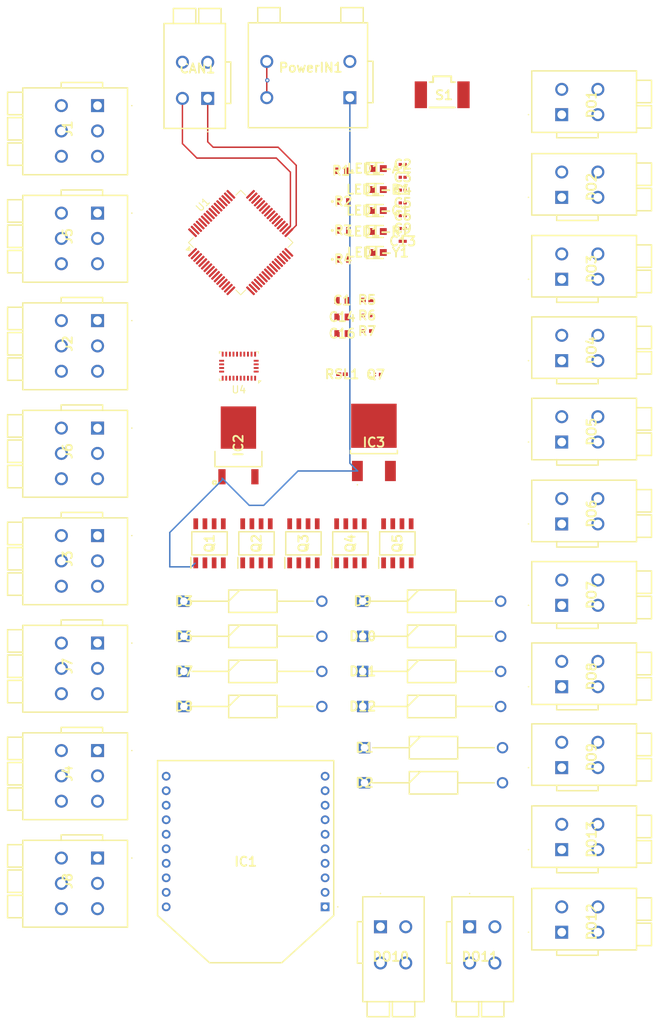
<source format=kicad_pcb>
(kicad_pcb (version 20240108) (generator "pcbnew") (generator_version "8.0")
  (layers (0 "F.Cu" signal) (1 "In1.Cu" signal) (2 "In2.Cu" signal) (31 "B.Cu" signal) (34 "B.Paste" user) (35 "F.Paste" user) (36 "B.SilkS" user "B.Silkscreen") (37 "F.SilkS" user "F.Silkscreen") (38 "B.Mask" user) (39 "F.Mask" user) (44 "Edge.Cuts" user))
  (net 0 "")
  (net 1 "+3V3")
  (net 2 "GND")
  (net 3 "Net-(U4-CAP)")
  (net 4 "/CAN_RX")
  (net 5 "/CAN_TX")
  (net 6 "/DO7")
  (net 7 "Net-(D1-A)")
  (net 8 "/DO9")
  (net 9 "Net-(D2-A)")
  (net 10 "/DO10")
  (net 11 "Net-(D3-A)")
  (net 12 "Net-(D6-A)")
  (net 13 "/DO8")
  (net 14 "Net-(D7-A)")
  (net 15 "/DO5")
  (net 16 "Net-(D8-A)")
  (net 17 "/DO6")
  (net 18 "/DO3")
  (net 19 "Net-(D9-A)")
  (net 20 "Net-(D10-A)")
  (net 21 "/DO4")
  (net 22 "Net-(D11-A)")
  (net 23 "/DO1")
  (net 24 "Net-(D12-A)")
  (net 25 "/DO2")
  (net 26 "/RSL_EX")
  (net 32 "Net-(IC1-DIO5{slash}ASSOC)")
  (net 35 "/Radio_UART_TX")
  (net 39 "/Radio_UART_RX")
  (net 41 "Net-(IC1-ON{slash}~{SLEEP})")
  (net 47 "Net-(U4-~{BOOT_LOAD_PIN})")
  (net 48 "Net-(LED1-R1-A)")
  (net 49 "Net-(LED1-Y1-A)")
  (net 50 "/GPIO-OUT7")
  (net 51 "/GPIO-OUT4")
  (net 52 "/JTAG-DO_SWO")
  (net 53 "Net-(C5-Pad1)")
  (net 54 "/GPIO-OUT12")
  (net 55 "/JTAG-DI")
  (net 56 "/A-IN3")
  (net 57 "/SPI_CLK")
  (net 58 "/SPI_MISO")
  (net 59 "/JTAG-WKUP")
  (net 60 "Net-(U1-VDDA)")
  (net 61 "/A-IN4")
  (net 62 "/mPWM8")
  (net 63 "/I2C_SCL")
  (net 64 "/GPIO-OUT14")
  (net 65 "/mPWM4")
  (net 66 "/mPWM6")
  (net 67 "Net-(U1-NRST)")
  (net 68 "/GPIO-IN5")
  (net 69 "/GPIO-OUT8")
  (net 70 "/A-IN1")
  (net 71 "/mPWM7")
  (net 72 "/JTAG-CK-SWCLK")
  (net 73 "/GPIO-IN2")
  (net 74 "/mPWM5")
  (net 75 "/GPIO-OUT11")
  (net 76 "/mPWM3")
  (net 77 "/GPIO-IN6")
  (net 78 "/RSL_OUT")
  (net 79 "Net-(C3-Pad1)")
  (net 80 "/GPIO-OUT16")
  (net 81 "/GPIO-OUT5")
  (net 82 "/mPWM2")
  (net 83 "/I2C_SDA")
  (net 84 "/GPIO-OUT13")
  (net 85 "/GPIO-OUT15")
  (net 86 "/JTAG-RST")
  (net 87 "Net-(C2-Pad1)")
  (net 88 "/mPWM1")
  (net 89 "/A-IN2")
  (net 90 "/GPIO-OUT6")
  (net 91 "Net-(C4-Pad1)")
  (net 92 "/A-IN5")
  (net 93 "/SPI_MOSI")
  (net 94 "/sRADIO_LED")
  (net 95 "/GPIO-IN1")
  (net 96 "/GPIO-IN4")
  (net 97 "/GPIO-OUT10")
  (net 98 "/GPIO-IN3")
  (net 99 "/GPIO-OUT3")
  (net 100 "/GPIO-OUT1")
  (net 101 "/JTAG-SWDIO")
  (net 115 "+12VA")
  (net 116 "+5V")
  (net 117 "Net-(RSL1-A)")
  (net 118 "Net-(LED1-A1-A)")
  (net 119 "Net-(LED1-B1-A)")
  (net 120 "Net-(LED1-G1-A)")
  (footprint "SamacSys_Parts:26011102" (layer "F.Cu") (at 254 84.32 90)
    (property "Reference" "DO6")
    (property "Value" "2601-1102" (hide yes))
  )
  (footprint "SamacSys_Parts:DIOAD1910W86L670D310" (layer "F.Cu") (at 226.7005 120.1)
    (property "Reference" "D2")
    (property "Value" "SB240" (hide yes))
  )
  (footprint "SamacSys_Parts:26011102" (layer "F.Cu") (at 254 140.75 90)
    (property "Reference" "DO12")
    (property "Value" "2601-1102" (hide yes))
  )
  (footprint "SamacSys_Parts:ERJ3EKF1000V" (layer "F.Cu") (at 223.75 39.75)
    (property "Reference" "R2")
    (property "Value" "ERJ3GEYJ102V" (hide yes))
  )
  (footprint "SamacSys_Parts:DIOAD1910W86L670D310" (layer "F.Cu") (at 226.4505 99.85)
    (property "Reference" "D10")
    (property "Value" "SB240" (hide yes))
  )
  (footprint "SamacSys_Parts:26011102" (layer "F.Cu") (at 254 50.5 90)
    (property "Reference" "DO3")
    (property "Value" "2601-1102" (hide yes))
  )
  (footprint "SamacSys_Parts:DIOAD1910W86L670D310" (layer "F.Cu") (at 226.4505 109.55)
    (property "Reference" "D12")
    (property "Value" "SB240" (hide yes))
  )
  (footprint "SamacSys_Parts:DIOAD1910W86L670D310" (layer "F.Cu") (at 226.7005 115.25)
    (property "Reference" "D1")
    (property "Value" "SB240" (hide yes))
  )
  (footprint "SamacSys_Parts:CSD13383F4" (layer "F.Cu") (at 228.49 63.675)
    (property "Reference" "Q7")
    (property "Value" "CSD13383F4" (hide yes))
  )
  (footprint "SamacSys_Parts:CAPC0603X33N" (layer "F.Cu") (at 231.985 45.255)
    (property "Reference" "C13")
    (property "Value" "CL03A104KQ3NNNC" (hide yes))
  )
  (footprint "SamacSys_Parts:26011102" (layer "F.Cu") (at 241.25 140)
    (property "Reference" "DO11")
    (property "Value" "2601-1102" (hide yes))
  )
  (footprint "SamacSys_Parts:SOIC127P600X175-8N" (layer "F.Cu") (at 205.25 87 90)
    (property "Reference" "Q1")
    (property "Value" "DMG9926USD-13" (hide yes))
  )
  (footprint "Package_LGA:LGA-28_5.2x3.8mm_P0.5mm" (layer "F.Cu") (at 209.315 62.5125 180)
    (property "Reference" "U4")
    (property "Value" "BNO055")
  )
  (footprint "SamacSys_Parts:26011102" (layer "F.Cu") (at 254 118 90)
    (property "Reference" "DO9")
    (property "Value" "2601-1102" (hide yes))
  )
  (footprint "SamacSys_Parts:26011103" (layer "F.Cu") (at 189.75 85.928568 -90)
    (property "Reference" "J3")
    (property "Value" "2601-1103_000-004" (hide yes))
  )
  (footprint "SamacSys_Parts:CAPC0603X33N" (layer "F.Cu") (at 231.985 43.485)
    (property "Reference" "C9")
    (property "Value" "CL03A104KQ3NNNC" (hide yes))
  )
  (footprint "SamacSys_Parts:26011102" (layer "F.Cu") (at 205 25.5 180)
    (property "Reference" "CAN1")
    (property "Value" "2601-1102" (hide yes))
  )
  (footprint "SamacSys_Parts:CAPC0603X33N" (layer "F.Cu") (at 231.985 41.715)
    (property "Reference" "C6")
    (property "Value" "CL03A104KQ3NNNC" (hide yes))
  )
  (footprint "SamacSys_Parts:LD29080DT50R" (layer "F.Cu") (at 228 72.750001)
    (property "Reference" "IC3")
    (property "Value" "LD29080DT50R" (hide yes))
  )
  (footprint "SamacSys_Parts:DIOAD1910W86L670D310" (layer "F.Cu") (at 201.7005 109.55)
    (property "Reference" "D8")
    (property "Value" "SB240" (hide yes))
  )
  (footprint "SamacSys_Parts:26011102" (layer "F.Cu") (at 254 95.57 90)
    (property "Reference" "DO7")
    (property "Value" "2601-1102" (hide yes))
  )
  (footprint "SamacSys_Parts:26011102" (layer "F.Cu") (at 254 106.82 90)
    (property "Reference" "DO8")
    (property "Value" "2601-1102" (hide yes))
  )
  (footprint "SamacSys_Parts:CAPC1608X90N" (layer "F.Cu") (at 223.605 58.005)
    (property "Reference" "C16")
    (property "Value" "CL10A475KP8NNNC" (hide yes))
  )
  (footprint "SamacSys_Parts:26011103" (layer "F.Cu") (at 189.75 100.78571 -90)
    (property "Reference" "J7")
    (property "Value" "2601-1103_000-004" (hide yes))
  )
  (footprint "SamacSys_Parts:SOIC127P600X175-8N" (layer "F.Cu") (at 224.75 87 90)
    (property "Reference" "Q4")
    (property "Value" "DMG9926USD-13" (hide yes))
  )
  (footprint "SamacSys_Parts:SOIC127P600X175-8N" (layer "F.Cu") (at 231.25 87 90)
    (property "Reference" "Q5")
    (property "Value" "DMG9926USD-13" (hide yes))
  )
  (footprint "SamacSys_Parts:LEDC1608X80N" (layer "F.Cu") (at 228.55 35.2)
    (property "Reference" "LED1-A1")
    (property "Value" "150060AS75000" (hide yes))
  )
  (footprint "SamacSys_Parts:ERJ3EKF1000V" (layer "F.Cu") (at 223.475 35.5 180)
    (property "Reference" "R1")
    (property "Value" "ERJ3GEYJ102V" (hide yes))
  )
  (footprint "SamacSys_Parts:26011102" (layer "F.Cu") (at 254 129.34 90)
    (property "Reference" "DO13")
    (property "Value" "2601-1102" (hide yes))
  )
  (footprint "SamacSys_Parts:RESC1005X40N" (layer "F.Cu") (at 227.055 53.355)
    (property "Reference" "R5")
    (property "Value" "RC1005F103CS" (hide yes))
  )
  (footprint "SamacSys_Parts:CAPC0603X33N" (layer "F.Cu") (at 231.985 39.945)
    (property "Reference" "C5")
    (property "Value" "CL03A104KQ3NNNC" (hide yes))
  )
  (footprint "SamacSys_Parts:DIOAD1910W86L670D310" (layer "F.Cu") (at 201.7005 104.7)
    (property "Reference" "D7")
    (property "Value" "SB240" (hide yes))
  )
  (footprint "SamacSys_Parts:SOIC127P600X175-8N" (layer "F.Cu") (at 211.75 87 90)
    (property "Reference" "Q2")
    (property "Value" "DMG9926USD-13" (hide yes))
  )
  (footprint "SamacSys_Parts:LEDC1608X80N" (layer "F.Cu") (at 228.55 43.9)
    (property "Reference" "LED1-R1")
    (property "Value" "150060RS75000" (hide yes))
  )
  (footprint "SamacSys_Parts:CAPC1608X90N" (layer "F.Cu") (at 223.605 55.715)
    (property "Reference" "C14")
    (property "Value" "CL10B105KP8NNNC" (hide yes))
  )
  (footprint "SamacSys_Parts:XB24CAWIT001" (layer "F.Cu") (at 221.248 137.248)
    (property "Reference" "IC1")
    (property "Value" "XB24CAWIT-001" (hide yes))
  )
  (footprint "SamacSys_Parts:DIOAD1910W86L670D310" (layer "F.Cu") (at 201.7005 99.85)
    (property "Reference" "D6")
    (property "Value" "SB240" (hide yes))
  )
  (footprint "SamacSys_Parts:26011103" (layer "F.Cu") (at 189.75 130.499999 -90)
    (property "Reference" "J8")
    (property "Value" "2601-1103_000-004" (hide yes))
  )
  (footprint "SamacSys_Parts:26011502" (layer "F.Cu") (at 224.675 25.4 180)
    (property "Reference" "PowerIN1")
    (property "Value" "2601-1502" (hide yes))
  )
  (footprint "SamacSys_Parts:ERJ3EKF1000V" (layer "F.Cu") (at 223.75 47.75)
    (property "Reference" "R4")
    (property "Value" "ERJ3GEYJ102V" (hide yes))
  )
  (footprint "SamacSys_Parts:DIOAD1910W86L670D310" (layer "F.Cu") (at 226.4505 104.7)
    (property "Reference" "D11")
    (property "Value" "SB240" (hide yes))
  )
  (footprint "SamacSys_Parts:CAPC0603X33N" (layer "F.Cu") (at 231.985 38.175)
    (property "Reference" "C4")
    (property "Value" "CL03A104KQ3NNNC" (hide yes))
  )
  (footprint "SamacSys_Parts:SOIC127P600X175-8N" (layer "F.Cu") (at 218.25 87 90)
    (property "Reference" "Q3")
    (property "Value" "DMG9926USD-13" (hide yes))
  )
  (footprint "SamacSys_Parts:DIOAD1910W86L670D310" (layer "F.Cu") (at 226.4505 95)
    (property "Reference" "D9")
    (property "Value" "SB240" (hide yes))
  )
  (footprint "SamacSys_Parts:26011103" (layer "F.Cu") (at 189.75 26.5 -90)
    (property "Reference" "J1")
    (property "Value" "2601-1103_000-004" (hide yes))
  )
  (footprint "Package_QFP:LQFP-64_10x10mm_P0.5mm" (layer "F.Cu") (at 209.565 45.425 45)
    (property "Reference" "U1")
    (property "Value" "STM32F446RETx")
  )
  (footprint "SamacSys_Parts:TO228P972X240-3N" (layer "F.Cu") (at 209.25 73.450001 90)
    (property "Reference" "IC2")
    (property "Value" "LD29080DT33R" (hide yes))
  )
  (footprint "SamacSys_Parts:26011102" (layer "F.Cu") (at 254 27.75 90)
    (property "Reference" "DO1")
    (property "Value" "2601-1102" (hide yes))
  )
  (footprint "SamacSys_Parts:CAPC1608X90N" (layer "F.Cu") (at 223.605 53.425)
    (property "Reference" "C1")
    (property "Value" "CL10A475KP8NNNC" (hide yes))
  )
  (footprint "SamacSys_Parts:LEDC1608X80N" (layer "F.Cu") (at 228.55 41)
    (property "Reference" "LED1-G1")
    (property "Value" "150060GS75000" (hide yes))
  )
  (footprint "SamacSys_Parts:26011103" (layer "F.Cu") (at 189.75 115.642852 -90)
    (property "Reference" "J4")
    (property "Value" "2601-1103_000-004" (hide yes))
  )
  (footprint "SamacSys_Parts:ERJ2RKD1004X" (layer "F.Cu") (at 227.055 57.655)
    (property "Reference" "R7")
    (property "Value" "ERJ-2RKF1001X" (hide yes))
  )
  (footprint "SamacSys_Parts:26011102" (layer "F.Cu") (at 254 61.75 90)
    (property "Reference" "DO4")
    (property "Value" "2601-1102" (hide yes))
  )
  (footprint "SamacSys_Parts:DIOAD1910W86L670D310" (layer "F.Cu") (at 201.7005 95)
    (property "Reference" "D3")
    (property "Value" "SB240" (hide yes))
  )
  (footprint "SamacSys_Parts:26011103" (layer "F.Cu") (at 189.75 71.071426 -90)
    (property "Reference" "J6")
    (property "Value" "2601-1103_000-004" (hide yes))
  )
  (footprint "SamacSys_Parts:26011103" (layer "F.Cu") (at 189.75 56.214284 -90)
    (property "Reference" "J2")
    (property "Value" "2601-1103_000-004" (hide yes))
  )
  (footprint "SamacSys_Parts:LEDC1608X80N" (layer "F.Cu") (at 228.55 38.1)
    (property "Reference" "LED1-B1")
    (property "Value" "150060BS75000" (hide yes))
  )
  (footprint "SamacSys_Parts:26011102" (layer "F.Cu") (at 254 39.18 90)
    (property "Reference" "DO2")
    (property "Value" "2601-1102" (hide yes))
  )
  (footprint "SamacSys_Parts:CAPC0603X33N" (layer "F.Cu") (at 231.985 36.405)
    (property "Reference" "C3")
    (property "Value" "CL03A104KQ3NNNC" (hide yes))
  )
  (footprint "SamacSys_Parts:ERJ2RKD1004X" (layer "F.Cu") (at 227.055 55.505)
    (property "Reference" "R6")
    (property "Value" "ERJ-2RKF1001X" (hide yes))
  )
  (footprint "SamacSys_Parts:26011102" (layer "F.Cu") (at 254 73 90)
    (property "Reference" "DO5")
    (property "Value" "2601-1102" (hide yes))
  )
  (footprint "SamacSys_Parts:ERJ3EKF1000V" (layer "F.Cu") (at 223.75 43.75)
    (property "Reference" "R3")
    (property "Value" "ERJ3GEYJ102V" (hide yes))
  )
  (footprint "SamacSys_Parts:LEDC1608X80N" (layer "F.Cu") (at 228.55 46.8)
    (property "Reference" "LED1-Y1")
    (property "Value" "150060YS75000" (hide yes))
  )
  (footprint "SamacSys_Parts:26011103" (layer "F.Cu") (at 189.75 41.357142 -90)
    (property "Reference" "J5")
    (property "Value" "2601-1103_000-004" (hide yes))
  )
  (footprint "SamacSys_Parts:26011102" (layer "F.Cu") (at 228.91 140)
    (property "Reference" "DO10")
    (property "Value" "2601-1102" (hide yes))
  )
  (footprint "SamacSys_Parts:APHHS1005SECK" (layer "F.Cu") (at 223.59 63.625)
    (property "Reference" "RSL1")
    (property "Value" "APHHS1005SECK" (hide yes))
  )
  (footprint "SamacSys_Parts:CAPC0603X33N" (layer "F.Cu") (at 231.985 34.635)
    (property "Reference" "C2")
    (property "Value" "CL03A104KQ3NNNC" (hide yes))
  )
  (footprint "SamacSys_Parts:KSS" (layer "F.Cu") (at 237.45 25 180)
    (property "Reference" "S1")
    (property "Value" "KSS243GLFG" (hide yes))
  )
  (segment (start 213.25 23) (end 213.175 23.075) (width 0.2) (layer "F.Cu") (net 2))
  (segment (start 213.175 23.075) (end 213.175 25.4) (width 0.2) (layer "F.Cu") (net 2))
  (segment (start 213.175 22.925) (end 213.25 23) (width 0.2) (layer "F.Cu") (net 2))
  (segment (start 213.175 20.4) (end 213.175 22.925) (width 0.2) (layer "F.Cu") (net 2))
  (via (at 213.25 23) (size 0.6) (drill 0.3) (layers "F.Cu" "B.Cu") (net 2))
  (segment (start 205 31.5) (end 205.75 32.25) (width 0.2) (layer "F.Cu") (net 4))
  (segment (start 217.25 43.0433) (end 216.229481 44.063819) (width 0.2) (layer "F.Cu") (net 4))
  (segment (start 217.25 34.75) (end 217.25 43.0433) (width 0.2) (layer "F.Cu") (net 4))
  (segment (start 205 25.5) (end 205 31.5) (width 0.2) (layer "F.Cu") (net 4))
  (segment (start 214.75 32.25) (end 217.25 34.75) (width 0.2) (layer "F.Cu") (net 4))
  (segment (start 205.75 32.25) (end 214.75 32.25) (width 0.2) (layer "F.Cu") (net 4))
  (segment (start 201.5 31.75) (end 203.5 33.75) (width 0.2) (layer "F.Cu") (net 5))
  (segment (start 201.5 25.5) (end 201.5 31.75) (width 0.2) (layer "F.Cu") (net 5))
  (segment (start 214.5 33.75) (end 216.446852 35.696852) (width 0.2) (layer "F.Cu") (net 5))
  (segment (start 216.446852 35.696852) (end 216.446852 43.139342) (width 0.2) (layer "F.Cu") (net 5))
  (segment (start 216.446852 43.139342) (end 215.875928 43.710266) (width 0.2) (layer "F.Cu") (net 5))
  (segment (start 203.5 33.75) (end 214.5 33.75) (width 0.2) (layer "F.Cu") (net 5))
  (segment (start 199.75 90.25) (end 202.75 90.25) (width 0.2) (layer "B.Cu") (net 115))
  (segment (start 210.75 81.75) (end 207 78) (width 0.2) (layer "B.Cu") (net 115))
  (segment (start 224.675 25.4) (end 224.675 75.925) (width 0.2) (layer "B.Cu") (net 115))
  (segment (start 207 78) (end 207 78.25) (width 0.2) (layer "B.Cu") (net 115))
  (segment (start 225.75 77) (end 217.5 77) (width 0.2) (layer "B.Cu") (net 115))
  (segment (start 212.75 81.75) (end 210.75 81.75) (width 0.2) (layer "B.Cu") (net 115))
  (segment (start 217.5 77) (end 212.75 81.75) (width 0.2) (layer "B.Cu") (net 115))
  (segment (start 224.675 75.925) (end 225.75 77) (width 0.2) (layer "B.Cu") (net 115))
  (segment (start 202.75 90.25) (end 203.25 89.75) (width 0.2) (layer "B.Cu") (net 115))
  (segment (start 199.75 85.5) (end 199.75 90.25) (width 0.2) (layer "B.Cu") (net 115))
  (segment (start 207 78.25) (end 199.75 85.5) (width 0.2) (layer "B.Cu") (net 115))
)
</source>
